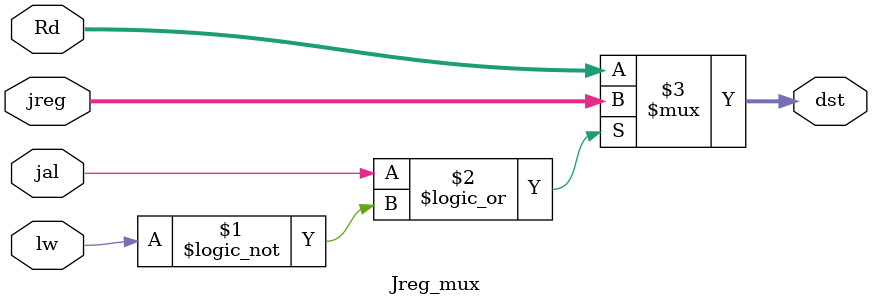
<source format=v>
module Jreg_mux(jreg, Rd, jal, dst,lw); //This is the mux that selet dst_addr for Rf
input[3:0] jreg, Rd;
input jal,lw;
output[3:0] dst;

assign dst = (jal||(!lw))? jreg :Rd;  //if its jal and not lw, choose jreg 

endmodule

</source>
